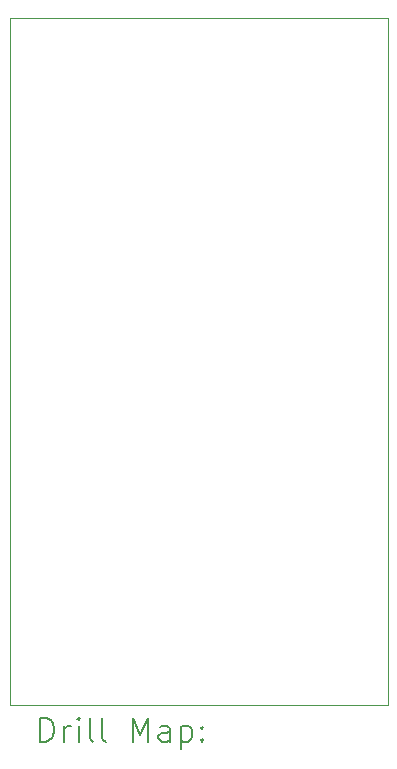
<source format=gbr>
%TF.GenerationSoftware,KiCad,Pcbnew,8.0.1*%
%TF.CreationDate,2024-04-13T01:21:34+02:00*%
%TF.ProjectId,controller_lpc1115_2MU_v1.04,636f6e74-726f-46c6-9c65-725f6c706331,rev?*%
%TF.SameCoordinates,Original*%
%TF.FileFunction,Drillmap*%
%TF.FilePolarity,Positive*%
%FSLAX45Y45*%
G04 Gerber Fmt 4.5, Leading zero omitted, Abs format (unit mm)*
G04 Created by KiCad (PCBNEW 8.0.1) date 2024-04-13 01:21:34*
%MOMM*%
%LPD*%
G01*
G04 APERTURE LIST*
%ADD10C,0.050000*%
%ADD11C,0.200000*%
G04 APERTURE END LIST*
D10*
X16453810Y-7714145D02*
X13253810Y-7714145D01*
X16453810Y-13524395D02*
X16453810Y-7714145D01*
X13253810Y-13524395D02*
X16453810Y-13524395D01*
X13253810Y-7714145D02*
X13253810Y-13524395D01*
D11*
X13512087Y-13838379D02*
X13512087Y-13638379D01*
X13512087Y-13638379D02*
X13559706Y-13638379D01*
X13559706Y-13638379D02*
X13588277Y-13647903D01*
X13588277Y-13647903D02*
X13607325Y-13666950D01*
X13607325Y-13666950D02*
X13616849Y-13685998D01*
X13616849Y-13685998D02*
X13626372Y-13724093D01*
X13626372Y-13724093D02*
X13626372Y-13752664D01*
X13626372Y-13752664D02*
X13616849Y-13790760D01*
X13616849Y-13790760D02*
X13607325Y-13809807D01*
X13607325Y-13809807D02*
X13588277Y-13828855D01*
X13588277Y-13828855D02*
X13559706Y-13838379D01*
X13559706Y-13838379D02*
X13512087Y-13838379D01*
X13712087Y-13838379D02*
X13712087Y-13705045D01*
X13712087Y-13743141D02*
X13721611Y-13724093D01*
X13721611Y-13724093D02*
X13731134Y-13714569D01*
X13731134Y-13714569D02*
X13750182Y-13705045D01*
X13750182Y-13705045D02*
X13769230Y-13705045D01*
X13835896Y-13838379D02*
X13835896Y-13705045D01*
X13835896Y-13638379D02*
X13826372Y-13647903D01*
X13826372Y-13647903D02*
X13835896Y-13657426D01*
X13835896Y-13657426D02*
X13845420Y-13647903D01*
X13845420Y-13647903D02*
X13835896Y-13638379D01*
X13835896Y-13638379D02*
X13835896Y-13657426D01*
X13959706Y-13838379D02*
X13940658Y-13828855D01*
X13940658Y-13828855D02*
X13931134Y-13809807D01*
X13931134Y-13809807D02*
X13931134Y-13638379D01*
X14064468Y-13838379D02*
X14045420Y-13828855D01*
X14045420Y-13828855D02*
X14035896Y-13809807D01*
X14035896Y-13809807D02*
X14035896Y-13638379D01*
X14293039Y-13838379D02*
X14293039Y-13638379D01*
X14293039Y-13638379D02*
X14359706Y-13781236D01*
X14359706Y-13781236D02*
X14426372Y-13638379D01*
X14426372Y-13638379D02*
X14426372Y-13838379D01*
X14607325Y-13838379D02*
X14607325Y-13733617D01*
X14607325Y-13733617D02*
X14597801Y-13714569D01*
X14597801Y-13714569D02*
X14578753Y-13705045D01*
X14578753Y-13705045D02*
X14540658Y-13705045D01*
X14540658Y-13705045D02*
X14521611Y-13714569D01*
X14607325Y-13828855D02*
X14588277Y-13838379D01*
X14588277Y-13838379D02*
X14540658Y-13838379D01*
X14540658Y-13838379D02*
X14521611Y-13828855D01*
X14521611Y-13828855D02*
X14512087Y-13809807D01*
X14512087Y-13809807D02*
X14512087Y-13790760D01*
X14512087Y-13790760D02*
X14521611Y-13771712D01*
X14521611Y-13771712D02*
X14540658Y-13762188D01*
X14540658Y-13762188D02*
X14588277Y-13762188D01*
X14588277Y-13762188D02*
X14607325Y-13752664D01*
X14702563Y-13705045D02*
X14702563Y-13905045D01*
X14702563Y-13714569D02*
X14721611Y-13705045D01*
X14721611Y-13705045D02*
X14759706Y-13705045D01*
X14759706Y-13705045D02*
X14778753Y-13714569D01*
X14778753Y-13714569D02*
X14788277Y-13724093D01*
X14788277Y-13724093D02*
X14797801Y-13743141D01*
X14797801Y-13743141D02*
X14797801Y-13800283D01*
X14797801Y-13800283D02*
X14788277Y-13819331D01*
X14788277Y-13819331D02*
X14778753Y-13828855D01*
X14778753Y-13828855D02*
X14759706Y-13838379D01*
X14759706Y-13838379D02*
X14721611Y-13838379D01*
X14721611Y-13838379D02*
X14702563Y-13828855D01*
X14883515Y-13819331D02*
X14893039Y-13828855D01*
X14893039Y-13828855D02*
X14883515Y-13838379D01*
X14883515Y-13838379D02*
X14873992Y-13828855D01*
X14873992Y-13828855D02*
X14883515Y-13819331D01*
X14883515Y-13819331D02*
X14883515Y-13838379D01*
X14883515Y-13714569D02*
X14893039Y-13724093D01*
X14893039Y-13724093D02*
X14883515Y-13733617D01*
X14883515Y-13733617D02*
X14873992Y-13724093D01*
X14873992Y-13724093D02*
X14883515Y-13714569D01*
X14883515Y-13714569D02*
X14883515Y-13733617D01*
M02*

</source>
